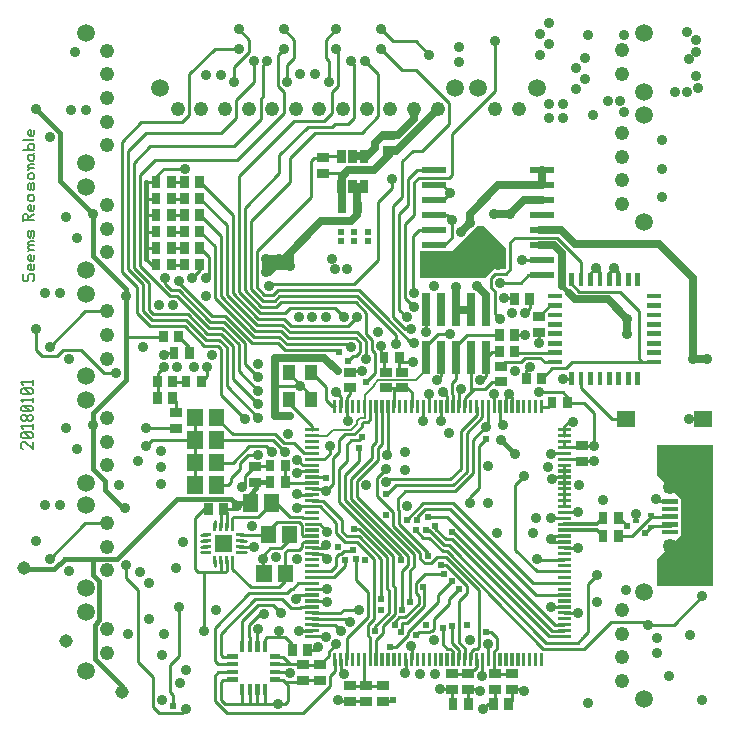
<source format=gbr>
G04 start of page 2 for group 0 idx 0 *
G04 Title: receiver, top *
G04 Creator: pcb 20140316 *
G04 CreationDate: Tue 02 Jan 2018 12:34:38 AM GMT UTC *
G04 For: brian *
G04 Format: Gerber/RS-274X *
G04 PCB-Dimensions (mil): 6000.00 5000.00 *
G04 PCB-Coordinate-Origin: lower left *
%MOIN*%
%FSLAX25Y25*%
%LNTOP*%
%ADD43C,0.0453*%
%ADD42C,0.0335*%
%ADD41C,0.0437*%
%ADD40C,0.0279*%
%ADD39C,0.0118*%
%ADD38C,0.0200*%
%ADD37C,0.0450*%
%ADD36C,0.0240*%
%ADD35C,0.0360*%
%ADD34R,0.0591X0.0591*%
%ADD33R,0.0472X0.0472*%
%ADD32R,0.0157X0.0157*%
%ADD31R,0.0140X0.0140*%
%ADD30R,0.0146X0.0146*%
%ADD29R,0.0512X0.0512*%
%ADD28R,0.0413X0.0413*%
%ADD27R,0.0551X0.0551*%
%ADD26R,0.0110X0.0110*%
%ADD25R,0.0290X0.0290*%
%ADD24R,0.0200X0.0200*%
%ADD23R,0.0157X0.0157*%
%ADD22R,0.0280X0.0280*%
%ADD21R,0.0295X0.0295*%
%ADD20C,0.0610*%
%ADD19C,0.0492*%
%ADD18C,0.0597*%
%ADD17C,0.0480*%
%ADD16C,0.0120*%
%ADD15C,0.0060*%
%ADD14C,0.0150*%
%ADD13C,0.0250*%
%ADD12C,0.0100*%
%ADD11C,0.0001*%
G54D11*G36*
X363500Y80000D02*X371500Y88000D01*
Y100000D01*
X363500Y108000D01*
Y118000D01*
X382000D01*
Y71000D01*
X363500D01*
Y80000D01*
G37*
G36*
X284500Y182500D02*X295000D01*
X303500Y191000D01*
X305500D01*
X313000Y183500D01*
Y176500D01*
X309000D01*
X306000Y173500D01*
X284500D01*
Y182500D01*
G37*
G54D12*X244500Y137500D02*X236000D01*
G54D13*Y147000D02*Y127500D01*
X252500Y147000D02*X236000D01*
G54D12*X240858Y142028D02*Y141642D01*
X248142Y132972D02*Y134358D01*
X240858Y141642D02*X248142Y134358D01*
X248380Y124120D02*X241000Y131500D01*
G54D13*X236000Y127500D02*X241000D01*
G54D12*X248142Y142028D02*X253000Y137169D01*
Y133000D01*
X241000Y131500D02*Y133000D01*
X226000Y152000D02*Y145000D01*
X224000Y151500D02*Y142500D01*
X226000Y145000D02*X230500Y140500D01*
X224000Y142500D02*X230500Y136000D01*
G54D14*X234441Y105500D02*X233059D01*
X233000Y105441D01*
X229941D02*Y103441D01*
X227957Y101457D01*
Y98500D01*
G54D12*X237000Y98000D02*X234543D01*
X226000Y107500D02*Y105000D01*
X225000Y104000D01*
X234441Y111000D02*X229941D01*
X227500Y117500D02*X233000D01*
X235000Y115500D01*
X229941Y111000D02*X229500Y110559D01*
X230500Y114500D02*X227000D01*
X224500Y112000D01*
Y110000D01*
X229500Y110559D02*X229059D01*
X226000Y107500D01*
X235500Y119500D02*X239500Y115500D01*
X239000Y118500D02*X236000Y121500D01*
X239000Y118500D02*X242500D01*
G54D13*X252500Y147000D02*X257000Y142500D01*
G54D12*X258019Y130620D02*Y133981D01*
X256500Y135500D01*
X253000Y133000D02*X255000Y131000D01*
X256000D01*
X261000Y135000D02*Y136941D01*
Y135000D02*X260000Y134000D01*
Y130632D02*X259988Y130620D01*
X257500Y149000D02*X257000Y149500D01*
X260000Y134000D02*Y126500D01*
X260500Y126000D01*
G54D15*X255500Y123000D02*X253480Y120980D01*
G54D12*X245926Y115074D02*X242500Y118500D01*
X257500Y115500D02*Y119500D01*
G54D15*X253480Y120980D02*X248380D01*
G54D12*X259500Y121500D02*X257500Y119500D01*
X248380Y113106D02*X252606D01*
X254500Y115000D01*
Y117500D01*
X255500Y105000D02*Y113500D01*
X257500Y115500D01*
X260000Y112500D02*X257500Y110000D01*
X260000Y112500D02*Y118000D01*
X253000Y102500D02*X255500Y105000D01*
X248380Y99326D02*X252174D01*
X259500Y108000D02*Y99500D01*
X257500Y110000D02*Y99000D01*
X248380Y122948D02*Y124120D01*
Y115074D02*X245926D01*
X248380Y107200D02*X252800D01*
X253000Y107000D01*
X248380Y103263D02*X252237D01*
X253000Y102500D01*
X243795Y101295D02*X243500Y101000D01*
X248380Y101295D02*X243795D01*
X248380Y105232D02*X239827D01*
X239559Y105500D01*
Y111000D01*
X248380Y109169D02*X244169D01*
X243500Y108500D01*
X248380Y111137D02*X245363D01*
X243500Y113000D01*
X248380Y91452D02*X251048D01*
X253500Y89000D01*
X264000Y90000D02*X262500D01*
X244358Y97358D02*X243500Y96500D01*
X243858Y97358D02*X243500Y97000D01*
X237000Y98000D02*X241000Y94000D01*
X244000Y92250D02*X236750D01*
X233957Y89457D02*X236750Y92250D01*
X241000Y94000D02*X245000D01*
X245579Y93421D01*
X248380D01*
X245000Y91250D02*X244000Y92250D01*
X248380Y97358D02*X251142D01*
X248358D02*X243858D01*
X251142D02*X256500Y92000D01*
X252174Y99326D02*X258500Y93000D01*
Y89000D02*Y93000D01*
X273767Y130620D02*Y114767D01*
X271799Y130620D02*Y118299D01*
X269830Y130620D02*Y118830D01*
X267862Y130620D02*Y126362D01*
G54D15*X266000Y134500D02*Y127000D01*
G54D12*X267862Y126362D02*X267000Y125500D01*
X273767Y114767D02*X273500Y114500D01*
X273000Y105500D02*X274000Y106500D01*
X271799Y118299D02*X270500Y117000D01*
Y113000D01*
X269830Y118830D02*X268500Y117500D01*
Y113500D01*
X270500Y113000D02*X263500Y106000D01*
X268500Y113500D02*X261500Y106500D01*
X273000Y110000D02*X270000Y107000D01*
X264000Y112500D02*X259500Y108000D01*
X270000Y101000D02*Y107000D01*
X275500Y95500D02*X270000Y101000D01*
X273500Y101500D02*X273000D01*
X263500Y106000D02*Y100500D01*
X261500Y106500D02*Y100000D01*
X264000Y117000D02*Y112500D01*
G54D15*X263500Y125000D02*Y126000D01*
X264500Y127000D01*
X266000D01*
G54D12*X267000Y125500D02*X265500D01*
X265000Y125000D01*
Y124000D01*
G54D15*X255500Y123000D02*X261500D01*
G54D12*X262500Y121500D02*X259500D01*
G54D15*X261500Y123000D02*X263500Y125000D01*
G54D12*X265000Y124000D02*X262500Y121500D01*
X260000Y118000D02*X261500Y119500D01*
X264000D01*
X265000Y120500D01*
G54D13*X296500Y163000D02*Y170500D01*
G54D12*X325000Y179500D02*X318500D01*
X325000Y174500D02*X320500D01*
X310941Y154500D02*X300000D01*
X296500Y151000D02*X300000Y154500D01*
X304500Y139500D02*X305000D01*
X303295Y130620D02*Y127795D01*
X305263Y130620D02*Y127263D01*
X307232Y130620D02*Y124732D01*
X306500Y124000D01*
X301500Y135500D02*Y147000D01*
X325059Y140000D02*X328559Y143500D01*
X319941Y140000D02*Y142941D01*
X321000Y144000D01*
X328559Y143500D02*X333000D01*
X312917Y145476D02*X317976D01*
X319500Y147000D01*
X324500D01*
X326024Y145476D01*
X329471D01*
X296500Y140000D02*Y151000D01*
G54D13*X233000Y175500D02*Y180000D01*
X239000D01*
X241000Y177500D02*X238500Y180000D01*
X234000Y175500D01*
X234500Y180000D02*Y177000D01*
X241000Y177500D02*X236000D01*
G54D12*X232500Y168000D02*X235500D01*
X237000Y169500D01*
X232000Y166000D02*X236000D01*
X237500Y167500D01*
X236500Y164000D02*X238000Y165500D01*
X234500Y171500D02*X234000Y171000D01*
X238500Y158000D02*X241000Y155500D01*
X238000Y156000D02*X240500Y153500D01*
X237500Y154000D02*X240000Y151500D01*
X237000Y152000D02*X239500Y149500D01*
X260500Y157500D02*X241500D01*
X239000Y160000D02*X241500Y157500D01*
X262500Y171500D02*X234500D01*
X263500Y167500D02*X276500Y154500D01*
X260500Y157500D02*X263500Y160500D01*
X286500Y155500D02*Y163000D01*
Y147000D02*Y151000D01*
X290500Y155000D01*
X294500D01*
G54D15*X286500Y147000D02*Y143000D01*
G54D12*X273000Y136941D02*X278500D01*
G54D15*X283000Y139500D02*X270500D01*
G54D12*X275736Y130620D02*Y136736D01*
X281641Y130620D02*Y135359D01*
X280059Y136941D01*
X278441D01*
X275736Y136736D02*X275941Y136941D01*
X272441Y147000D02*Y142618D01*
X273000Y142059D01*
X277559Y147000D02*Y143000D01*
X278500Y142059D01*
X281500Y156500D02*X279500D01*
X282500Y152000D02*X281500D01*
X273000Y160500D01*
X276500Y154500D02*Y151500D01*
X277500Y163000D02*X280000Y160500D01*
X279500Y156500D02*X275500Y160500D01*
X282000Y145500D02*X277559D01*
G54D15*X286500Y143000D02*X283000Y139500D01*
G54D12*X260500Y151500D02*X240000D01*
X257000Y149500D02*X239500D01*
X260500Y151500D02*X261500Y150500D01*
X264500Y152000D02*Y149000D01*
X268500Y153000D02*Y149500D01*
X271500Y151000D02*Y147941D01*
X272441Y147000D01*
X269500Y148500D02*Y142000D01*
X265000Y142500D02*X261441D01*
X261000Y142059D01*
X269500Y142000D02*X266500Y139000D01*
G54D15*X270500Y139500D02*X269000Y138000D01*
Y137500D01*
X266000Y134500D01*
G54D12*X266500Y152500D02*Y146500D01*
X268500Y149500D02*X269500Y148500D01*
X264500Y149000D02*X263000Y147500D01*
X262000D02*X260500Y146000D01*
X263000Y147500D02*X262000D01*
X291484Y130620D02*Y126016D01*
X299358Y130620D02*Y133358D01*
X302500Y136500D01*
X306000D02*X302500D01*
X311500Y138941D02*X308441D01*
X309200Y130620D02*Y134800D01*
X309000Y135000D01*
X308441Y138941D02*X306000Y136500D01*
X291484Y126016D02*X291500Y126000D01*
X303295Y127795D02*X298000Y122500D01*
Y110000D01*
X305263Y127263D02*X300000Y122000D01*
X332620Y124120D02*X334000Y125500D01*
X324000Y135500D02*X332000D01*
X333559Y133941D01*
Y132000D01*
X334000Y125500D02*X335500D01*
X311169Y130620D02*Y125331D01*
X312000Y124500D01*
X302000Y119500D02*X306250Y123750D01*
X304000Y117500D02*X306500Y120000D01*
G54D14*X311500Y119500D02*X316000Y115000D01*
G54D12*X276500Y104500D02*X295500D01*
X274000Y106500D02*X294500D01*
X279500Y102500D02*X277000Y100000D01*
X276500Y104500D02*X273500Y101500D01*
X283500Y93000D02*Y94000D01*
X286000Y96500D01*
X294500D01*
X293500Y94000D02*X287000D01*
X280000Y93000D02*X285500Y98500D01*
X277000Y100000D02*Y96500D01*
X277500Y96000D01*
Y91500D01*
X275500Y91000D02*Y95500D01*
X285500Y98500D02*X295500D01*
X279500Y102500D02*X296000D01*
X289500Y91000D02*Y90000D01*
X287500Y89500D02*X286500D01*
X295500Y89000D02*X295000D01*
X332620Y111138D02*Y97359D01*
Y107201D02*X329201D01*
X328500Y106500D01*
X332620Y120981D02*Y124120D01*
X316000Y104500D02*X319000Y107500D01*
X301000Y100500D02*Y98500D01*
Y100500D02*X304000Y103500D01*
X298000Y110000D02*X294500Y106500D01*
X295500Y104500D02*X300000Y109000D01*
X296000Y102500D02*X302000Y108500D01*
X300000Y122000D02*Y109000D01*
X302000Y108500D02*Y119500D01*
X304000Y103500D02*Y117500D01*
X332620Y87516D02*X329016D01*
X332620Y85548D02*X328952D01*
X332620Y83579D02*X336921D01*
X337000Y83500D01*
X329016Y87516D02*X328000Y86500D01*
X328952Y85548D02*X328000Y86500D01*
X332620Y75705D02*X323295D01*
X332620Y71768D02*X322232D01*
X332620Y67831D02*X323169D01*
X340500Y71500D02*X343500Y74500D01*
X332620Y79642D02*X323858D01*
X323500Y80000D01*
G54D16*X345441Y93500D02*X343394Y91453D01*
X332620D01*
Y89485D02*X343456D01*
X345441Y87500D01*
G54D12*X332620Y61926D02*X336926D01*
X337000Y62000D01*
X332620Y63894D02*X328106D01*
X340500Y55500D02*Y71500D01*
X328106Y63894D02*X328000Y64000D01*
X348000Y59000D02*X359500D01*
X360500Y58000D01*
X369000D01*
X378500Y67500D01*
X332620Y57989D02*X329511D01*
X348000Y59000D02*X339000Y50000D01*
X325500D02*X339000D01*
X326500Y52000D02*X337000D01*
X338500Y53500D01*
X338750Y53750D02*X340500Y55500D01*
X332620Y56020D02*X328480D01*
X332620Y54052D02*X327448D01*
X323295Y75705D02*X316000Y83000D01*
X322232Y71768D02*X310500Y83500D01*
X329511Y57989D02*X293500Y94000D01*
X323169Y67831D02*X294500Y96500D01*
X294000Y66500D02*Y65000D01*
X295500Y98500D02*X310500Y83500D01*
X328480Y56020D02*X295500Y89000D01*
X327448Y54052D02*X295000Y86500D01*
X308000Y55500D02*X306500D01*
X304000Y50500D02*Y69500D01*
X326500Y52000D02*X294000Y84500D01*
X310000Y53500D02*X308000Y55500D01*
X297500Y66000D02*Y52000D01*
X325500Y50000D02*X293500Y82500D01*
X310000Y50000D02*Y53500D01*
X299359Y50141D02*X297500Y52000D01*
X300000Y71000D02*Y68500D01*
X297500Y66000D01*
Y70000D02*X294000Y66500D01*
X356451Y94951D02*X356500Y95000D01*
X363882Y99118D02*X363000Y100000D01*
X367661Y99118D02*X363882D01*
X361500Y94000D02*X368000D01*
X356451Y92500D02*Y94951D01*
X351000Y93500D02*X353500Y91000D01*
X350559Y93500D02*X351000D01*
X355000Y87500D02*X350500D01*
X361500Y94000D02*X355000Y87500D01*
X359518Y88500D02*X361549Y90531D01*
X361500Y91000D02*X368000D01*
X359500Y88500D02*X359518D01*
X332620Y115075D02*X328075D01*
X328000Y115000D01*
X332620Y113107D02*X337834D01*
X338500Y112441D01*
X342441D01*
X342500Y112500D01*
X338500Y117559D02*X342441D01*
X342500Y117500D01*
Y128500D02*Y117500D01*
X348500Y126500D02*X353205D01*
X332620Y117044D02*X337985D01*
X338500Y117559D01*
X332620Y117044D02*Y119012D01*
Y93422D02*X328078D01*
X328000Y93500D01*
X332620Y95390D02*X336890D01*
X337000Y95500D01*
X316000Y83000D02*Y104500D01*
X285578Y130620D02*Y126078D01*
X285500Y126000D01*
X287547Y130620D02*Y134953D01*
X293452Y134048D02*X292000Y135500D01*
X296500Y140000D02*X295000Y138500D01*
Y135000D02*Y138500D01*
X291500Y147000D02*Y141000D01*
X290000Y139500D01*
X287547Y134953D02*X287500Y135000D01*
X293452Y130620D02*Y134048D01*
X295421Y130620D02*Y134579D01*
X295000Y135000D01*
X297389Y130620D02*Y135889D01*
X298000Y136500D01*
X315106Y130620D02*Y133894D01*
X314000Y135000D01*
X313137Y130620D02*Y134137D01*
X314000Y135000D01*
X306500Y147000D02*Y141000D01*
X305000Y139500D01*
X308500Y149000D02*X306500Y147000D01*
X309500Y161500D02*X311000Y160000D01*
X312917Y145476D02*X311500Y144059D01*
X310941Y149000D02*X308500D01*
X324000Y155441D02*Y152000D01*
X316059Y154500D02*X319500D01*
X329471Y148626D02*X316433D01*
X316059Y149000D01*
X350724Y173029D02*Y175276D01*
G54D13*X353500Y155000D02*Y160000D01*
X347000Y166500D01*
X375500Y146500D02*Y173500D01*
X364000Y185000D01*
G54D12*X351000Y169000D02*X357500Y162500D01*
Y146500D01*
X338126Y173029D02*Y178874D01*
X334976Y173029D02*Y171524D01*
X337500Y169000D01*
X351000D01*
X324948Y130620D02*X327061D01*
X328441Y132000D01*
G54D13*X380000Y146500D02*X375500D01*
G54D12*X357500D02*X358523Y145477D01*
X362529D01*
X358500Y145500D02*X335000D01*
X333000Y143500D01*
X333559Y132000D02*X339000D01*
X342500Y128500D01*
X334977Y139971D02*X332029D01*
X332000Y140000D01*
X338126Y139971D02*Y136874D01*
X348500Y126500D01*
X378795D02*X374000D01*
X307233Y46380D02*Y51267D01*
X301327Y48827D02*X302500Y50000D01*
X303500D01*
X304000Y50500D01*
X299359Y46380D02*Y50141D01*
X303296Y46380D02*Y43796D01*
X302500Y43000D01*
X301941D01*
X301327Y46380D02*Y48827D01*
X295422Y46380D02*Y49078D01*
X297390Y46380D02*Y49610D01*
X293500Y50000D02*X294500D01*
X295422Y49078D01*
X295000Y52000D02*X297390Y49610D01*
X309201Y46299D02*Y49201D01*
X310000Y50000D01*
X289500Y90000D02*X293000Y86500D01*
X295000D01*
X292500Y84500D02*X287500Y89500D01*
Y87000D02*X285500D01*
X283000Y89500D01*
X294000Y84500D02*X292500D01*
X293500Y82500D02*X292000D01*
X287500Y87000D01*
X290000Y80500D02*X293000D01*
X287000Y82000D02*Y81000D01*
X284500Y82000D02*Y80000D01*
X286000Y78500D01*
X288000D01*
X290000Y80500D01*
X291500Y78000D02*X293000D01*
Y80500D02*X304000Y69500D01*
X293000Y78000D02*X300000Y71000D01*
X295000Y72500D02*X290500Y68000D01*
X284000Y65000D02*Y67500D01*
X283000Y68500D01*
Y72000D01*
X285500Y70500D02*X285750Y70250D01*
X283000Y72000D02*X286000Y75000D01*
X292500D01*
X290500Y68000D02*Y65500D01*
X289000Y60000D02*X294000Y65000D01*
X285750Y64250D02*Y70250D01*
X292000Y51500D02*X293500Y50000D01*
X292000Y51500D02*Y57000D01*
X295000Y52000D02*Y57500D01*
X289000Y60000D02*Y56500D01*
X288500Y56000D01*
X288000D01*
X287500Y55500D01*
X284000D01*
X283000Y54500D01*
X290500Y65500D02*X280500Y55500D01*
Y54500D01*
X256052Y46380D02*Y42552D01*
X258020Y46380D02*Y42480D01*
X251000Y44559D02*X245500D01*
X279674Y46380D02*Y42174D01*
X279500Y42000D01*
X281642Y46380D02*Y50858D01*
X281500Y51000D01*
X280500Y54500D02*X276500Y50500D01*
X274500D01*
X250941Y44559D02*X254000Y47618D01*
Y49000D01*
X256500Y51500D01*
X259989Y46380D02*Y53489D01*
X269831Y46380D02*Y53000D01*
X267863Y46380D02*Y53637D01*
X253138Y65862D02*X253500Y65500D01*
X248380Y57988D02*X256000Y58000D01*
X258000Y56000D01*
X248380Y59956D02*X260044D01*
X261000Y59000D01*
X248380Y61925D02*X257925D01*
X259000Y63000D01*
X264000D01*
X259989Y53489D02*X267000Y60500D01*
Y69000D01*
Y54500D02*Y58000D01*
X269000Y62500D02*Y60000D01*
X267000Y58000D01*
X267863Y53637D02*X267000Y54500D01*
X274000Y62000D02*X269500Y57500D01*
X276000Y61500D02*X272000Y57500D01*
X269500D02*Y56000D01*
X272000Y57500D02*Y55169D01*
X269831Y53000D01*
X276000Y58000D02*Y59000D01*
X277500Y60500D01*
X279500D01*
X278000Y55500D02*X278500Y56000D01*
Y58500D01*
X280000D01*
X248380Y71767D02*X243767D01*
X248380Y65862D02*X253138D01*
X248380Y69799D02*X253299D01*
X253500Y70000D01*
X248380Y67830D02*X243830D01*
X243000Y67000D01*
X244500Y63500D02*X244893Y63893D01*
X248380D01*
Y81610D02*X251890D01*
X253500Y80000D01*
X248380Y83578D02*X252078D01*
X253000Y84500D01*
X248380Y85547D02*X245547D01*
X248380Y87515D02*X245485D01*
X248380Y75704D02*X254704D01*
X256500Y77500D01*
X248380Y73736D02*X255736D01*
X245547Y85547D02*X245000Y85000D01*
Y84000D01*
X244000Y83000D01*
X245485Y87515D02*X245000Y88000D01*
Y91250D01*
X256500Y77500D02*Y80500D01*
X255736Y73736D02*X259500Y77500D01*
Y79500D01*
X263000Y73000D02*Y80000D01*
X256500Y80500D02*X257500Y81500D01*
X256500Y92000D02*Y88500D01*
X259500Y85500D01*
X258500Y89000D02*X260000Y87500D01*
X258000Y81500D02*X259000Y82500D01*
X257500Y81500D02*X258000D01*
X259000Y82500D02*X261500D01*
X262000Y83000D01*
X267000Y69000D02*X263000Y73000D01*
X269000Y60000D02*Y80000D01*
X271500D02*Y66500D01*
X274000Y69500D02*X273500Y70000D01*
Y80500D02*Y70000D01*
X274000Y69500D02*Y62000D01*
X276000Y70500D02*X275500Y71000D01*
X276000Y70500D02*Y61500D01*
X275500Y71000D02*Y81000D01*
X278500Y63000D02*Y76000D01*
X280500Y78000D01*
X281000Y76000D02*X282500Y77500D01*
Y81500D02*Y77500D01*
X281000Y65500D02*Y76000D01*
X279500Y60500D02*X284000Y65000D01*
X280000Y58500D02*X285750Y64250D01*
X264000Y87500D02*X260000D01*
X259500Y85500D02*X263500D01*
X269000Y80000D01*
X264000Y87500D02*X271500Y80000D01*
X264000Y90000D02*X273500Y80500D01*
X257500Y99000D02*X275500Y81000D01*
X259500Y99500D02*X278000Y81000D01*
Y79500D01*
X261500Y100000D02*X280500Y81000D01*
Y78000D01*
X263500Y100500D02*X282500Y81500D01*
X275500Y91000D02*X284500Y82000D01*
X277500Y91500D02*X287000Y82000D01*
X161000Y150500D02*X172874Y162374D01*
X180283D01*
X165500Y149500D02*X171500D01*
X156500Y156500D02*Y149500D01*
X158500Y147500D01*
X163500D01*
X165500Y149500D01*
G54D14*X175500Y181000D02*X186500Y170000D01*
Y139500D01*
X175500Y128500D01*
G54D12*X171500Y149500D02*X179000Y142000D01*
X183000D02*X179000D01*
X161000Y80000D02*X172874Y91874D01*
X180283D01*
G54D14*X175500Y128500D02*Y110000D01*
X179500Y106000D01*
Y103000D01*
X185500Y97000D01*
X152500Y77000D02*X153000Y76500D01*
X162500D01*
X166000Y80000D01*
D03*
X183500D01*
X175500D02*Y74500D01*
X185500Y97000D02*X186500D01*
G54D12*Y78000D02*Y73500D01*
G54D14*X175500Y74500D02*X177500Y72500D01*
Y59500D01*
X176000Y58000D01*
Y46500D01*
X185000Y37500D02*X176000Y46500D01*
G54D12*X222500Y239000D02*Y244000D01*
X229000Y239000D02*X223000Y233000D01*
Y227000D01*
X224000Y250000D02*X216000D01*
X207500Y241500D01*
Y228000D01*
X229000Y246000D02*Y239000D01*
X233500Y246000D02*X232000Y244500D01*
Y234000D01*
X231500Y233500D01*
Y226500D01*
X239000Y235500D02*Y228500D01*
X223500Y213000D01*
X222500Y244000D02*X227500Y249000D01*
Y253000D01*
X224000Y256500D01*
X229000Y83500D02*X228500Y84000D01*
X224000D01*
X224511Y82048D02*X226452D01*
X224511Y85984D02*X226484D01*
X223000Y227000D02*X218000Y222000D01*
X222000Y194559D02*Y168500D01*
X220000Y191059D02*Y168000D01*
X218000Y187559D02*Y167500D01*
X231500Y226500D02*X222500Y217500D01*
G54D14*X156500Y230000D02*X164500Y222000D01*
Y206000D01*
X175500Y195000D01*
Y181000D01*
G54D12*X205441Y189000D02*X201559D01*
X196441Y183500D02*X193000D01*
X205441D02*X201559D01*
X196441Y189000D02*X193000D01*
X191000Y177500D02*X201000Y167500D01*
X194500Y217500D02*X189000Y212000D01*
X193000Y222000D02*X187000Y216000D01*
X196500Y207500D02*X199000Y210000D01*
X196000Y213000D02*X191000Y208000D01*
X189000Y212000D02*Y177000D01*
X187000Y216000D02*Y176500D01*
X185000Y219000D02*Y175500D01*
G54D14*X193000Y180000D02*Y205500D01*
G54D12*X196441Y194500D02*X193500D01*
X196441Y200000D02*X193500D01*
X196441Y205500D02*X193500D01*
X196500D02*Y207500D01*
X191000Y208000D02*Y177500D01*
X222500Y217500D02*X194500D01*
X218000Y222000D02*X193000D01*
X207500Y228000D02*X205000Y225500D01*
X191500D01*
X185000Y219000D01*
X205941Y194500D02*X201559D01*
X205941Y200000D02*X201559D01*
X205441Y178000D02*X201559D01*
X211059Y183500D02*X214000Y180559D01*
X211059Y189000D02*X216000Y184059D01*
X211059Y194500D02*X218000Y187559D01*
X211059Y200000D02*X220000Y191059D01*
X211059Y205500D02*X222000Y194559D01*
X223500Y213000D02*X196000D01*
X205941Y205500D02*X201559D01*
X199000Y210000D02*X206000D01*
X211059Y178000D02*Y176059D01*
X207000Y161500D02*X195500D01*
X211059Y176059D02*X208500Y173500D01*
G54D14*X221457Y100000D02*X203500D01*
G54D12*X216543Y127000D02*Y126957D01*
X222000Y121500D01*
X207000Y161500D02*X213500Y155000D01*
X218000D01*
X202059Y133500D02*X203000Y132559D01*
Y128559D01*
Y123441D02*X193059D01*
X193000Y123500D01*
G54D14*X183500Y80000D02*X203500Y100000D01*
X233000Y105441D02*X229941D01*
G54D12*X209457Y119543D02*X195043D01*
X193000Y117500D01*
X209457Y127000D02*Y104500D01*
X205941Y139000D02*X202059D01*
X213500Y140941D02*X211559Y139000D01*
X236000Y121500D02*X222000D01*
X221952Y79489D02*Y76548D01*
X219984Y79489D02*Y75984D01*
X219500Y75500D01*
X218016Y79489D02*Y75516D01*
X218000Y75500D01*
X216048Y79489D02*Y77548D01*
X213489Y82048D02*X211548D01*
X213489Y84016D02*X211516D01*
X213489Y85984D02*X211516D01*
X213489Y87952D02*X211548D01*
X212500Y96500D02*X209500Y93500D01*
X216048Y90511D02*Y92452D01*
X219500Y75500D02*X210500D01*
X209500Y76500D01*
X186500Y73500D02*X190500Y69500D01*
X209500Y76500D02*Y93500D01*
X196441Y178000D02*X195000D01*
X193000Y180000D01*
X185000Y175500D02*X190000Y170500D01*
X187000Y176500D02*X192000Y171500D01*
X189000Y177000D02*X194000Y172000D01*
X199500Y173500D02*Y171500D01*
X198941Y154000D02*X186500D01*
X202441Y148500D02*X199500D01*
X199000Y148000D01*
Y144000D02*X197000Y142000D01*
Y133500D01*
X194000Y172000D02*Y163000D01*
X192000Y171500D02*Y162500D01*
X195000Y159500D01*
X190000Y170500D02*Y162000D01*
X194500Y157500D01*
X204059Y154000D02*X207500Y150559D01*
Y148500D01*
X206000Y157500D02*X212500Y151000D01*
X206500Y159500D02*X213000Y153000D01*
X195500Y161500D02*X194000Y163000D01*
X206500Y159500D02*X195000D01*
X206000Y157500D02*X194500D01*
X204000Y172500D02*Y172000D01*
X199500Y171500D02*X201500Y169500D01*
X204000D01*
X201000Y167500D02*X203500D01*
X215000Y161000D02*X204000Y172000D01*
Y169500D02*X214500Y159000D01*
X203500Y167500D02*X214000Y157000D01*
X218016Y90511D02*Y95457D01*
X219059Y96500D01*
X219984Y90511D02*Y95457D01*
X219000Y96441D01*
X221952Y90511D02*Y93452D01*
X222500Y94000D01*
X230543D02*X222500D01*
X224511Y87952D02*X233909D01*
X233957Y88000D02*Y89457D01*
X234543Y98000D02*X230543Y94000D01*
G54D14*X227957Y98457D02*X223957D01*
X223000Y97500D01*
X221457Y100000D02*X223000Y98457D01*
Y97500D01*
G54D12*X233909Y87952D02*X233957Y88000D01*
X238000Y83500D02*X234500D01*
X232000Y81000D01*
Y75457D01*
X232457Y75000D01*
X329471Y164374D02*X327815D01*
G54D13*X347000Y166500D02*X336000D01*
X334000Y168500D01*
G54D14*X332000Y170500D01*
G54D12*X327815Y164374D02*X324000Y160559D01*
G54D13*X331750Y170750D02*Y181750D01*
G54D12*X341275Y173029D02*Y175275D01*
X343000Y177000D01*
X344425Y173029D02*Y175575D01*
X343000Y177000D01*
X347575Y173029D02*Y175575D01*
X349000Y177000D01*
X350724Y175276D02*X349000Y177000D01*
G54D13*X364000Y185000D02*X336000D01*
G54D12*X321059Y166500D02*Y163559D01*
X319500Y162000D01*
G54D13*X331750Y181750D02*X329000Y184500D01*
X324500D01*
X336000Y185000D02*X331500Y189500D01*
G54D12*X338126Y178874D02*X330000Y187000D01*
G54D13*X331500Y189500D02*X324500D01*
X325000Y199500D02*X319000D01*
X325000Y209500D02*Y204500D01*
G54D12*X330000Y187000D02*X316000D01*
X314500Y176500D02*Y185500D01*
X320500Y174500D02*X318000Y172000D01*
X311000D01*
X309500Y175000D02*X313000D01*
X314500Y176500D01*
X312500Y167000D02*X315441D01*
X315941Y166500D01*
G54D13*X319000Y199500D02*X314500Y195000D01*
X309000D01*
X325000Y204500D02*X310500D01*
X301000Y195000D01*
Y192000D01*
X298000Y189000D01*
G54D12*X314500Y185500D02*X316000Y187000D01*
X289000Y194500D02*X293500D01*
X295000Y193000D01*
X292500Y184500D02*X295000Y187000D01*
Y193000D02*Y187000D01*
X282500Y194500D02*X279500Y191500D01*
X280500Y198000D02*X277500Y195000D01*
X278500Y200500D02*X275500Y197500D01*
X295000Y208000D02*X294000Y207000D01*
X284000D01*
X282500Y205500D01*
X289000Y209500D02*X283500D01*
X282500Y205500D02*Y194500D01*
X280500Y198000D02*Y206500D01*
X283500Y209500D01*
X289000Y184500D02*X292500D01*
X289000Y189500D02*X284000D01*
X282000Y187500D01*
Y169000D01*
X282500Y168500D01*
X279500Y191500D02*Y167000D01*
X282500Y164000D01*
X277500Y195000D02*Y163000D01*
X275500Y197500D02*Y160500D01*
G54D13*X296500Y163000D02*X301500D01*
G54D12*X309500Y161500D02*Y169000D01*
G54D13*X306500Y163000D02*Y168000D01*
G54D12*X309500Y169000D02*X308000Y170500D01*
G54D13*X306500Y168000D02*X303500Y171000D01*
G54D12*X308000Y170500D02*Y173500D01*
X309500Y175000D01*
X270500Y199000D02*X275000Y203500D01*
X270500Y199000D02*Y179500D01*
X262500Y171500D01*
G54D13*X260500Y209500D02*X258300Y207300D01*
Y197141D01*
X258441Y197000D01*
X262000Y203900D02*X265700D01*
X263559Y203859D02*X263600Y203900D01*
G54D12*X275000Y206500D02*Y203500D01*
G54D13*X263559Y203859D02*Y194559D01*
X261500Y192500D01*
X251500D01*
G54D12*X252000Y208441D02*X259441D01*
X241000Y213500D02*Y205500D01*
X248000Y212500D02*Y200500D01*
G54D13*X251500Y192500D02*X239000Y180000D01*
G54D12*X241000Y205500D02*X228000Y192500D01*
X237500Y208500D02*X226000Y197000D01*
X248000Y200500D02*X230000Y182500D01*
G54D13*X241000Y177500D02*Y182000D01*
G54D12*X230000Y182500D02*Y170500D01*
X228000Y192500D02*Y170000D01*
X226000Y197000D02*Y169500D01*
X224000Y207500D02*Y169000D01*
X230000Y170500D02*X232500Y168000D01*
X228000Y170000D02*X232000Y166000D01*
X226000Y169500D02*X231500Y164000D01*
X224000Y169000D02*X231000Y162000D01*
X230500Y160000D02*X239000D01*
X230000Y158000D02*X238500D01*
X229500Y156000D02*X238000D01*
X229000Y154000D02*X237500D01*
X228500Y152000D02*X237000D01*
X231500Y164000D02*X236500D01*
X231000Y162000D02*X239500D01*
X241000Y163500D01*
X256000D01*
X238000Y165500D02*X263000D01*
X266500Y162000D01*
X237500Y167500D02*X263500D01*
X237000Y169500D02*X264000D01*
X256000Y163500D02*X259000Y160500D01*
X241000Y155500D02*X263500D01*
X263000Y153500D02*X264500Y152000D01*
X263500Y155500D02*X266500Y152500D01*
X240500Y153500D02*X263000D01*
X266500Y162000D02*Y155000D01*
X268500Y153000D01*
X264000Y169500D02*X273000Y160500D01*
X239000Y256500D02*X242500Y253000D01*
Y247000D01*
X239000Y250000D02*X237000Y248000D01*
X256500Y256500D02*X253000Y253000D01*
Y247000D01*
X254000Y246000D01*
Y239000D02*Y246000D01*
X257000Y237500D02*X255000Y235500D01*
X242500Y247000D02*X240000Y244500D01*
Y239000D01*
X237000Y248000D02*Y237500D01*
X239000Y235500D01*
X287500Y248000D02*X283000Y252500D01*
X309500D02*Y236000D01*
X283000Y243000D02*X294000Y232000D01*
X309500Y236000D02*X295000Y221500D01*
X283000Y252500D02*X275500D01*
X271500Y256500D01*
X255000Y235500D02*Y228500D01*
X257000Y237500D02*Y249500D01*
X256500Y250000D01*
X261500Y246000D02*X262500Y245000D01*
Y227000D01*
X266000Y246000D02*X270500Y241500D01*
Y227500D01*
X271500Y250000D02*X278500Y243000D01*
X283000D01*
G54D13*X262000Y214100D02*X266816D01*
X269000Y209500D02*X260500D01*
X269500Y216784D02*X266816Y214100D01*
X269000Y209500D02*X274000Y214500D01*
Y221059D02*X272059D01*
X269500Y218500D01*
Y216784D01*
X274059Y221059D02*X277059D01*
X275500Y216000D02*X274000D01*
Y214500D01*
X276000Y216000D02*X276590D01*
X282433Y229717D02*Y229492D01*
X282500Y226500D02*Y229500D01*
G54D12*X278500Y212500D02*Y200500D01*
G54D13*X277059Y221059D02*X282500Y226500D01*
X276590Y216000D02*X290307Y229717D01*
G54D12*X294000Y225000D02*X285000Y216000D01*
X282000D01*
X278500Y212500D01*
X294000Y232000D02*Y225000D01*
X295000Y221500D02*Y208000D01*
X289000Y204500D02*X292000D01*
X294500Y202000D01*
X292000Y199500D02*X294500Y202000D01*
X289000Y199500D02*X292000D01*
X270500Y227500D02*X265000Y222000D01*
X262500Y227000D02*X260500Y225000D01*
X265000Y222000D02*X249500D01*
X258300Y214100D02*X252541D01*
X252000Y213559D01*
X249059D01*
X260500Y225000D02*X256000D01*
X255000Y228500D02*X252500Y226000D01*
X256000Y225000D02*X255000Y224000D01*
X247000D01*
X252500Y226000D02*X242500D01*
X224000Y207500D01*
X249500Y222000D02*X241000Y213500D01*
X247000Y224000D02*X237500Y214500D01*
Y208500D01*
X249059Y213559D02*X248000Y212500D01*
X236086Y42221D02*X240779D01*
X241000Y42000D01*
X245059Y39000D02*X239500D01*
X236086Y44779D02*X239779D01*
X236086Y39662D02*X238838D01*
X240500Y38000D01*
Y32500D01*
X239500Y31500D01*
X245500Y39441D02*X245059Y39000D01*
X239779Y44779D02*X240000Y45000D01*
X245059D01*
X245500Y44559D01*
X236086Y47338D02*X238662D01*
X241000Y45000D01*
X241941Y51559D02*Y49500D01*
X221914Y39662D02*X219162D01*
X221914D02*X218662D01*
X218000Y39000D01*
Y33000D01*
X219500Y31500D01*
X217221Y42221D02*X221914D01*
X239500Y31500D02*X219500D01*
X220000Y28500D02*X245500D01*
X225162Y36414D02*Y31838D01*
X225500Y31500D01*
X227721Y36414D02*Y31779D01*
X228000Y31500D01*
X230279Y36414D02*Y31721D01*
X230500Y31500D01*
X232838Y36414D02*Y31662D01*
X233000Y31500D01*
X216000Y32500D02*Y41000D01*
X217221Y42221D01*
X233500Y54000D02*X239500D01*
X241941Y51559D01*
X247059Y49500D02*X249500D01*
X250500Y50500D01*
X237500Y56000D02*Y54000D01*
X256052Y42552D02*X254500Y41000D01*
Y37500D01*
X245500Y28500D01*
X251000Y39441D02*X245500D01*
X220000Y28500D02*X216000Y32500D01*
X206000Y30000D02*X206500D01*
X205000Y28500D01*
X197500D01*
X195500Y30500D01*
X201000Y44500D02*Y35500D01*
X202000Y34500D01*
Y31000D01*
X195500Y30500D02*Y40500D01*
X190500Y45500D01*
G54D14*X185000Y35500D02*Y37500D01*
G54D12*X307233Y51267D02*X307000Y51500D01*
X248380Y56019D02*X244019D01*
X244000Y56000D01*
X248380Y54051D02*X252949D01*
X253000Y54000D01*
X301941Y43000D02*X300500Y41559D01*
X305264Y46380D02*Y41264D01*
X309201Y46380D02*Y41858D01*
X295000Y41559D02*X300500D01*
X295000Y36441D02*Y31941D01*
X295441Y31500D01*
X300500Y36441D02*Y31559D01*
Y36441D02*X304059D01*
X304500Y36000D01*
X295000Y36441D02*X291059D01*
X291000Y36500D01*
X261000Y37559D02*X272000D01*
X265894Y46380D02*Y38165D01*
X266500Y37559D01*
X261000Y32441D02*X266500D01*
X260941D02*X257559D01*
X257000Y33000D01*
X258020Y42480D02*X259000Y41500D01*
X275500Y33000D02*X275000Y32500D01*
X272000D01*
X309500Y36441D02*Y32059D01*
X308941Y31500D01*
X309000Y31559D02*X307059D01*
X305500Y30000D01*
X305264Y41264D02*X305000Y41000D01*
X315000Y41559D02*X309500D01*
X309201Y41858D02*X309500Y41559D01*
X315000Y36441D02*Y32441D01*
X314059Y31500D01*
X315000Y36441D02*X318559D01*
X319000Y36000D01*
X216000Y184059D02*Y167000D01*
X214000Y180559D02*Y174500D01*
X213000Y173500D01*
X222000Y168500D02*X230500Y160000D01*
X220000Y168000D02*X230000Y158000D01*
X218000Y167500D02*X229500Y156000D01*
X216000Y167000D02*X229000Y154000D01*
X219500Y161000D02*X228500Y152000D01*
X214500Y159000D02*X219000D01*
X215000Y161000D02*X219500D01*
X217500Y153000D02*X220000Y150500D01*
X218000Y155000D02*X222000Y151000D01*
X218500Y157000D02*X224000Y151500D01*
X219000Y159000D02*X226000Y152000D01*
X212500Y151000D02*X217000D01*
X218000Y150000D01*
X213000Y153000D02*X217500D01*
X214000Y157000D02*X218500D01*
X213500Y144000D02*Y140941D01*
X222000Y151000D02*Y140000D01*
X220000Y150500D02*Y137500D01*
X218000Y150000D02*Y134500D01*
X222000Y140000D02*X230500Y131500D01*
X220000Y137500D02*X230500Y127000D01*
X218000Y134500D02*X226000Y126500D01*
X232838Y50586D02*Y53338D01*
X230279Y50586D02*Y56279D01*
X230500Y56500D01*
X232838Y53338D02*X233500Y54000D01*
X232500Y75043D02*X232457Y75000D01*
X227721Y50586D02*Y53779D01*
X227500Y54000D01*
Y58000D01*
X231000Y61500D01*
X225162Y50586D02*Y59162D01*
X230500Y64500D01*
X216543Y112000D02*X222000D01*
X227500Y117500D01*
X216543Y119500D02*X235500D01*
X224500Y110000D02*X221500Y107000D01*
Y105500D01*
X220500Y104500D01*
X219059Y96500D02*X222500D01*
X223500Y97500D01*
X220500Y104500D02*X216543D01*
X231000Y61500D02*X232500D01*
X230500Y64500D02*X235500D01*
X238000Y62000D01*
X241107Y63893D02*X238500Y66500D01*
X229500D01*
X240000Y68500D02*X227500D01*
X237500Y70500D02*X228000D01*
X243767Y71767D02*X242000Y70000D01*
X241500D01*
X240000Y68500D01*
X239543Y72543D02*X237500Y70500D01*
X239543Y82043D02*Y72543D01*
X244000Y83000D02*X240500D01*
X239543Y82043D01*
X241043Y88000D02*Y86543D01*
X238000Y83500D01*
X241000Y64000D02*X241500Y63500D01*
X244500D01*
X229500Y66500D02*X218000Y55000D01*
X227500Y68500D02*X216000Y57000D01*
X212500Y56000D02*Y75500D01*
X221952Y76548D02*X228000Y70500D01*
X216000Y57000D02*Y46000D01*
X217221Y44779D01*
X221914Y47338D02*X218662D01*
X218000Y48000D01*
Y55000D02*Y48000D01*
X221914Y44779D02*X217221D01*
X204000Y64000D02*Y47500D01*
X201000Y44500D01*
X190500Y69500D02*Y45500D01*
G54D15*X151980Y174460D02*X152470Y174950D01*
X151980Y174460D02*Y172990D01*
X152470Y172500D02*X151980Y172990D01*
X152470Y172500D02*X153450D01*
X153940Y172990D01*
Y174460D02*Y172990D01*
Y174460D02*X154430Y174950D01*
X155410D01*
X155900Y174460D02*X155410Y174950D01*
X155900Y174460D02*Y172990D01*
X155410Y172500D02*X155900Y172990D01*
Y178086D02*Y176616D01*
X155410Y176126D02*X155900Y176616D01*
X154430Y176126D02*X155410D01*
X154430D02*X153940Y176616D01*
Y177596D02*Y176616D01*
Y177596D02*X154430Y178086D01*
X154920D02*Y176126D01*
X154430Y178086D02*X154920D01*
X155900Y181222D02*Y179752D01*
X155410Y179262D02*X155900Y179752D01*
X154430Y179262D02*X155410D01*
X154430D02*X153940Y179752D01*
Y180732D02*Y179752D01*
Y180732D02*X154430Y181222D01*
X154920D02*Y179262D01*
X154430Y181222D02*X154920D01*
X154430Y182888D02*X155900D01*
X154430D02*X153940Y183378D01*
Y183868D02*Y183378D01*
Y183868D02*X154430Y184358D01*
X155900D01*
X154430D02*X153940Y184848D01*
Y185338D02*Y184848D01*
Y185338D02*X154430Y185828D01*
X155900D01*
X153940Y182398D02*X154430Y182888D01*
X155900Y188964D02*Y187494D01*
Y188964D02*X155410Y189454D01*
X154920Y188964D02*X155410Y189454D01*
X154920Y188964D02*Y187494D01*
X154430Y187004D02*X154920Y187494D01*
X154430Y187004D02*X153940Y187494D01*
Y188964D02*Y187494D01*
Y188964D02*X154430Y189454D01*
X155410Y187004D02*X155900Y187494D01*
X151980Y194354D02*Y192394D01*
Y194354D02*X152470Y194844D01*
X153450D01*
X153940Y194354D02*X153450Y194844D01*
X153940Y194354D02*Y192884D01*
X151980D02*X155900D01*
X153940Y193668D02*X155900Y194844D01*
Y197980D02*Y196510D01*
X155410Y196020D02*X155900Y196510D01*
X154430Y196020D02*X155410D01*
X154430D02*X153940Y196510D01*
Y197490D02*Y196510D01*
Y197490D02*X154430Y197980D01*
X154920D02*Y196020D01*
X154430Y197980D02*X154920D01*
X153940Y200626D02*X154430Y201116D01*
X153940Y200626D02*Y199646D01*
X154430Y199156D02*X153940Y199646D01*
X154430Y199156D02*X155410D01*
X155900Y199646D01*
X153940Y201116D02*X155410D01*
X155900Y201606D01*
Y200626D02*Y199646D01*
Y200626D02*X155410Y201116D01*
X155900Y204742D02*Y203272D01*
Y204742D02*X155410Y205232D01*
X154920Y204742D02*X155410Y205232D01*
X154920Y204742D02*Y203272D01*
X154430Y202782D02*X154920Y203272D01*
X154430Y202782D02*X153940Y203272D01*
Y204742D02*Y203272D01*
Y204742D02*X154430Y205232D01*
X155410Y202782D02*X155900Y203272D01*
X154430Y206408D02*X155410D01*
X154430D02*X153940Y206898D01*
Y207878D02*Y206898D01*
Y207878D02*X154430Y208368D01*
X155410D01*
X155900Y207878D02*X155410Y208368D01*
X155900Y207878D02*Y206898D01*
X155410Y206408D02*X155900Y206898D01*
X154430Y210034D02*X155900D01*
X154430D02*X153940Y210524D01*
Y211014D02*Y210524D01*
Y211014D02*X154430Y211504D01*
X155900D01*
X153940Y209544D02*X154430Y210034D01*
X153940Y214150D02*X154430Y214640D01*
X153940Y214150D02*Y213170D01*
X154430Y212680D02*X153940Y213170D01*
X154430Y212680D02*X155410D01*
X155900Y213170D01*
X153940Y214640D02*X155410D01*
X155900Y215130D01*
Y214150D02*Y213170D01*
Y214150D02*X155410Y214640D01*
X151980Y216306D02*X155900D01*
X155410D02*X155900Y216796D01*
Y217776D02*Y216796D01*
Y217776D02*X155410Y218266D01*
X154430D02*X155410D01*
X153940Y217776D02*X154430Y218266D01*
X153940Y217776D02*Y216796D01*
X154430Y216306D02*X153940Y216796D01*
X151980Y219442D02*X155410D01*
X155900Y219932D01*
Y222872D02*Y221402D01*
X155410Y220912D02*X155900Y221402D01*
X154430Y220912D02*X155410D01*
X154430D02*X153940Y221402D01*
Y222382D02*Y221402D01*
Y222382D02*X154430Y222872D01*
X154920D02*Y220912D01*
X154430Y222872D02*X154920D01*
X151970Y116500D02*X151480Y116990D01*
Y118460D02*Y116990D01*
Y118460D02*X151970Y118950D01*
X152950D01*
X155400Y116500D02*X152950Y118950D01*
X155400D02*Y116500D01*
X154910Y120126D02*X155400Y120616D01*
X151970Y120126D02*X154910D01*
X151970D02*X151480Y120616D01*
Y121596D02*Y120616D01*
Y121596D02*X151970Y122086D01*
X154910D01*
X155400Y121596D02*X154910Y122086D01*
X155400Y121596D02*Y120616D01*
X154420Y120126D02*X152460Y122086D01*
X152264Y123262D02*X151480Y124046D01*
X155400D01*
Y124732D02*Y123262D01*
X154910Y125908D02*X155400Y126398D01*
X154126Y125908D02*X154910D01*
X154126D02*X153440Y126594D01*
Y127182D02*Y126594D01*
Y127182D02*X154126Y127868D01*
X154910D01*
X155400Y127378D02*X154910Y127868D01*
X155400Y127378D02*Y126398D01*
X152754Y125908D02*X153440Y126594D01*
X151970Y125908D02*X152754D01*
X151970D02*X151480Y126398D01*
Y127378D02*Y126398D01*
Y127378D02*X151970Y127868D01*
X152754D01*
X153440Y127182D02*X152754Y127868D01*
X154910Y129044D02*X155400Y129534D01*
X151970Y129044D02*X154910D01*
X151970D02*X151480Y129534D01*
Y130514D02*Y129534D01*
Y130514D02*X151970Y131004D01*
X154910D01*
X155400Y130514D02*X154910Y131004D01*
X155400Y130514D02*Y129534D01*
X154420Y129044D02*X152460Y131004D01*
X152264Y132180D02*X151480Y132964D01*
X155400D01*
Y133650D02*Y132180D01*
X154910Y134826D02*X155400Y135316D01*
X151970Y134826D02*X154910D01*
X151970D02*X151480Y135316D01*
Y136296D02*Y135316D01*
Y136296D02*X151970Y136786D01*
X154910D01*
X155400Y136296D02*X154910Y136786D01*
X155400Y136296D02*Y135316D01*
X154420Y134826D02*X152460Y136786D01*
X152264Y137962D02*X151480Y138746D01*
X155400D01*
Y139432D02*Y137962D01*
G54D17*X180283Y48563D03*
Y56437D03*
G54D18*X173016Y42657D03*
Y62343D03*
G54D17*X180283Y76126D03*
Y84000D03*
Y91874D03*
G54D18*X173016Y70220D03*
Y97780D03*
Y105220D03*
G54D17*X180283Y111126D03*
Y119000D03*
Y126874D03*
G54D18*X173016Y132780D03*
G54D17*X351717Y249437D03*
Y241563D03*
G54D18*X358984Y255343D03*
Y235657D03*
G54D17*X351717Y221811D03*
G54D18*X358984Y227717D03*
G54D17*X351717Y213937D03*
Y206063D03*
Y198189D03*
G54D18*X358984Y192283D03*
G54D17*X309563Y229717D03*
X317437D03*
G54D18*X323343Y236984D03*
X303657D03*
G54D17*X180283Y146626D03*
G54D18*X173016Y140720D03*
G54D17*X180283Y154500D03*
Y182126D03*
Y162374D03*
G54D18*X173016Y168280D03*
Y176220D03*
Y203780D03*
Y211846D03*
G54D19*X367661Y103843D03*
Y84157D03*
G54D20*X378291Y107780D03*
Y80220D03*
G54D17*X351717Y62811D03*
G54D18*X358984Y68717D03*
G54D17*X351717Y54937D03*
Y47063D03*
Y39189D03*
G54D18*X358984Y33283D03*
G54D17*X180283Y190000D03*
Y197874D03*
Y217752D03*
Y225626D03*
Y233500D03*
Y241374D03*
Y249248D03*
G54D18*X173016Y255154D03*
G54D17*X203693Y229717D03*
X211567D03*
X219441D03*
G54D18*X197787Y236984D03*
G54D17*X227315Y229717D03*
X235189D03*
X243063D03*
X250937D03*
X258811D03*
X266685D03*
X274559D03*
X282433D03*
X290307D03*
G54D18*X296213Y236984D03*
G54D21*X263559Y197492D02*Y196508D01*
G54D22*X265700Y204700D02*Y203100D01*
G54D21*X258441Y197492D02*Y196508D01*
G54D22*X258300Y204700D02*Y203100D01*
X262000Y204700D02*Y203100D01*
Y214900D02*Y213300D01*
X258300Y214900D02*Y213300D01*
G54D21*X251508Y208441D02*X252492D01*
X273508Y221059D02*X274492D01*
X273508Y215941D02*X274492D01*
G54D22*X265700Y214900D02*Y213300D01*
G54D21*X251508Y213559D02*X252492D01*
X202441Y148992D02*Y148008D01*
X207559Y148992D02*Y148008D01*
X204059Y154492D02*Y153508D01*
X198941Y154492D02*Y153508D01*
X205941Y205992D02*Y205008D01*
X211059Y205992D02*Y205008D01*
Y200492D02*Y199508D01*
X205941Y194992D02*Y194008D01*
Y200492D02*Y199508D01*
X201559Y200492D02*Y199508D01*
Y205992D02*Y205008D01*
Y194992D02*Y194008D01*
X196441Y200492D02*Y199508D01*
Y205992D02*Y205008D01*
X211059Y194992D02*Y194008D01*
Y189492D02*Y188508D01*
Y178492D02*Y177508D01*
Y183992D02*Y183008D01*
X205941Y189492D02*Y188508D01*
Y178492D02*Y177508D01*
Y183992D02*Y183008D01*
X201559Y189492D02*Y188508D01*
X196441Y189492D02*Y188508D01*
X201559Y183992D02*Y183008D01*
X196441Y183992D02*Y183008D01*
X201559Y178492D02*Y177508D01*
X196441Y178492D02*Y177508D01*
Y194992D02*Y194008D01*
G54D23*X357023Y174492D02*Y171566D01*
X353874Y174492D02*Y171566D01*
X350724Y174492D02*Y171566D01*
X347575Y174492D02*Y171566D01*
X344425Y174492D02*Y171566D01*
X341275Y174492D02*Y171566D01*
X338126Y174492D02*Y171566D01*
X334976Y174492D02*Y171566D01*
G54D24*X322000Y174500D02*X328000D01*
X322000Y179500D02*X328000D01*
X322000Y184500D02*X328000D01*
X322000Y199500D02*X328000D01*
X322000Y189500D02*X328000D01*
X322000Y194500D02*X328000D01*
X322000Y204500D02*X328000D01*
X322000Y209500D02*X328000D01*
X286000D02*X292000D01*
X286000Y204500D02*X292000D01*
X286000Y199500D02*X292000D01*
X286000Y194500D02*X292000D01*
X286000Y189500D02*X292000D01*
X286000Y184500D02*X292000D01*
X286000Y179500D02*X292000D01*
X286000Y174500D02*X292000D01*
G54D21*X311008Y144059D02*X311992D01*
X310941Y149492D02*Y148508D01*
G54D25*X306500Y151050D02*Y142950D01*
X301500Y151050D02*Y142950D01*
X296500Y151050D02*Y142950D01*
X291500Y151050D02*Y142950D01*
X286500Y151050D02*Y142950D01*
X306500Y167050D02*Y158950D01*
X301500Y167050D02*Y158950D01*
X296500Y167050D02*Y158950D01*
X291500Y167050D02*Y158950D01*
X286500Y167050D02*Y158950D01*
G54D21*X323508Y155441D02*X324492D01*
X323508Y160559D02*X324492D01*
X316059Y154992D02*Y154008D01*
X310941Y154992D02*Y154008D01*
X315941Y166992D02*Y166008D01*
X321059Y166992D02*Y166008D01*
G54D23*X328008Y167523D02*X330934D01*
X328008Y164374D02*X330934D01*
X328008Y161224D02*X330934D01*
X328008Y158075D02*X330934D01*
X328008Y154925D02*X330934D01*
G54D26*X309200Y132319D02*Y128921D01*
X307232Y132319D02*Y128921D01*
X317074Y132319D02*Y128921D01*
X315106Y132319D02*Y128921D01*
X313137Y132319D02*Y128921D01*
X311169Y132319D02*Y128921D01*
X324948Y132319D02*Y128921D01*
X322980Y132319D02*Y128921D01*
X321011Y132319D02*Y128921D01*
X319043Y132319D02*Y128921D01*
G54D21*X338008Y112441D02*X338992D01*
X338008Y117559D02*X338992D01*
G54D26*X330921Y87516D02*X334319D01*
X330921Y89485D02*X334319D01*
X330921Y91453D02*X334319D01*
X330921Y93422D02*X334319D01*
X330921Y95390D02*X334319D01*
X330921Y97359D02*X334319D01*
X330921Y99327D02*X334319D01*
X330921Y101296D02*X334319D01*
X330921Y103264D02*X334319D01*
X330921Y105233D02*X334319D01*
X330921Y107201D02*X334319D01*
X330921Y109170D02*X334319D01*
X330921Y111138D02*X334319D01*
X330921Y113107D02*X334319D01*
X330921Y115075D02*X334319D01*
X330921Y117044D02*X334319D01*
X330921Y119012D02*X334319D01*
X330921Y120981D02*X334319D01*
X330921Y122949D02*X334319D01*
G54D21*X319941Y140492D02*Y139508D01*
X325059Y140492D02*Y139508D01*
X311008Y138941D02*X311992D01*
X316059Y149492D02*Y148508D01*
G54D23*X328008Y151775D02*X330934D01*
X328008Y148626D02*X330934D01*
X328008Y145476D02*X330934D01*
G54D21*X333559Y132492D02*Y131508D01*
X328441Y132492D02*Y131508D01*
G54D23*X334977Y141434D02*Y138508D01*
X338126Y141434D02*Y138508D01*
X341276Y141434D02*Y138508D01*
X344425Y141434D02*Y138508D01*
X347575Y141434D02*Y138508D01*
X350725Y141434D02*Y138508D01*
X353874Y141434D02*Y138508D01*
X357024Y141434D02*Y138508D01*
X361066Y145477D02*X363992D01*
G54D27*X353008Y126500D02*X353402D01*
G54D23*X361066Y148626D02*X363992D01*
X361066Y151776D02*X363992D01*
X361066Y154925D02*X363992D01*
X361066Y158075D02*X363992D01*
X361066Y161225D02*X363992D01*
X361066Y164374D02*X363992D01*
X361066Y167524D02*X363992D01*
G54D21*X278008Y136941D02*X278992D01*
X278008Y142059D02*X278992D01*
X277559Y147492D02*Y146508D01*
G54D26*X305263Y132319D02*Y128921D01*
X303295Y132319D02*Y128921D01*
X301326Y132319D02*Y128921D01*
X299358Y132319D02*Y128921D01*
X297389Y132319D02*Y128921D01*
X295421Y132319D02*Y128921D01*
X293452Y132319D02*Y128921D01*
X291484Y132319D02*Y128921D01*
X289515Y132319D02*Y128921D01*
X287547Y132319D02*Y128921D01*
X285578Y132319D02*Y128921D01*
X283610Y132319D02*Y128921D01*
X281641Y132319D02*Y128921D01*
X279673Y132319D02*Y128921D01*
X277704Y132319D02*Y128921D01*
X275736Y132319D02*Y128921D01*
G54D21*X260508Y136941D02*X261492D01*
X260508Y142059D02*X261492D01*
G54D28*X240858Y142520D02*Y141535D01*
X248142Y142520D02*Y141535D01*
Y133465D02*Y132480D01*
G54D26*X261956Y132319D02*Y128921D01*
X259988Y132319D02*Y128921D01*
X258019Y132319D02*Y128921D01*
X256051Y132319D02*Y128921D01*
G54D28*X240858Y133465D02*Y132480D01*
G54D26*X246681Y122948D02*X250079D01*
X246681Y120980D02*X250079D01*
X246681Y119011D02*X250079D01*
X246681Y117043D02*X250079D01*
X246681Y115074D02*X250079D01*
X246681Y113106D02*X250079D01*
X246681Y111137D02*X250079D01*
X246681Y109169D02*X250079D01*
X246681Y107200D02*X250079D01*
X246681Y105232D02*X250079D01*
X246681Y103263D02*X250079D01*
X246681Y101295D02*X250079D01*
X246681Y99326D02*X250079D01*
X246681Y97358D02*X250079D01*
X246681Y95389D02*X250079D01*
X246681Y93421D02*X250079D01*
X246681Y91452D02*X250079D01*
X246681Y89484D02*X250079D01*
X246681Y87515D02*X250079D01*
G54D29*X239543Y75393D02*Y74607D01*
X232457Y75393D02*Y74607D01*
G54D26*X216048Y80315D02*Y78662D01*
X218016Y80315D02*Y78662D01*
G54D11*G36*
X216048Y87952D02*Y82048D01*
X221952D01*
Y87952D01*
X216048D01*
G37*
G54D26*X219984Y80315D02*Y78662D01*
X221952Y80315D02*Y78662D01*
G54D30*X220871Y47338D02*X222957D01*
X220871Y44779D02*X222957D01*
X220871Y42221D02*X222957D01*
X220871Y39662D02*X222957D01*
G54D21*X213941Y96992D02*Y96008D01*
X219059Y96992D02*Y96008D01*
G54D26*X221952Y91338D02*Y89685D01*
X219984Y91338D02*Y89685D01*
X218016Y91338D02*Y89685D01*
X216048Y91338D02*Y89685D01*
X212662Y87952D02*X214315D01*
X212662Y85984D02*X214315D01*
X212662Y84016D02*X214315D01*
X212662Y82048D02*X214315D01*
G54D21*X241941Y49992D02*Y49008D01*
X247059Y49992D02*Y49008D01*
G54D30*X232838Y51629D02*Y49543D01*
X230279Y51629D02*Y49543D01*
X227721Y51629D02*Y49543D01*
X225162Y51629D02*Y49543D01*
X235043Y47338D02*X237129D01*
X225162Y37457D02*Y35371D01*
X227721Y37457D02*Y35371D01*
X230279Y37457D02*Y35371D01*
X232838Y37457D02*Y35371D01*
X235043Y39662D02*X237129D01*
X235043Y42221D02*X237129D01*
X235043Y44779D02*X237129D01*
G54D29*X233957Y88393D02*Y87607D01*
X241043Y88393D02*Y87607D01*
G54D26*X223685Y82048D02*X225338D01*
X223685Y84016D02*X225338D01*
X223685Y85984D02*X225338D01*
X223685Y87952D02*X225338D01*
G54D29*X235043Y98893D02*Y98107D01*
X227957Y98893D02*Y98107D01*
G54D21*X234441Y105992D02*Y105008D01*
X229008Y105441D02*X229992D01*
X239559Y105992D02*Y105008D01*
Y111492D02*Y110508D01*
X234441Y111492D02*Y110508D01*
X229008Y110559D02*X229992D01*
G54D29*X216543Y104893D02*Y104107D01*
X209457Y104893D02*Y104107D01*
X216543Y112393D02*Y111607D01*
X209457Y112393D02*Y111607D01*
X216543Y119893D02*Y119107D01*
X209457Y119893D02*Y119107D01*
X216543Y127393D02*Y126607D01*
X209457Y127393D02*Y126607D01*
G54D21*X202508Y128559D02*X203492D01*
X202508Y123441D02*X203492D01*
X202059Y139492D02*Y138508D01*
X206441Y139492D02*Y138508D01*
X202059Y133992D02*Y133008D01*
X196941Y139492D02*Y138508D01*
X211559Y139492D02*Y138508D01*
X196941Y133992D02*Y133008D01*
X250508Y44559D02*X251492D01*
X250508Y39441D02*X251492D01*
X245008Y44559D02*X245992D01*
X245008Y39441D02*X245992D01*
X260508Y37559D02*X261492D01*
X266008D02*X266992D01*
X271508D02*X272492D01*
G54D26*X256052Y48079D02*Y44681D01*
X258020Y48079D02*Y44681D01*
X259989Y48079D02*Y44681D01*
X261957Y48079D02*Y44681D01*
X263926Y48079D02*Y44681D01*
X265894Y48079D02*Y44681D01*
X267863Y48079D02*Y44681D01*
X269831Y48079D02*Y44681D01*
X271800Y48079D02*Y44681D01*
X273768Y48079D02*Y44681D01*
G54D21*X272508Y136941D02*X273492D01*
G54D26*X273767Y132319D02*Y128921D01*
G54D21*X272508Y142059D02*X273492D01*
X272441Y147492D02*Y146508D01*
G54D26*X271799Y132319D02*Y128921D01*
X269830Y132319D02*Y128921D01*
X267862Y132319D02*Y128921D01*
X265893Y132319D02*Y128921D01*
X263925Y132319D02*Y128921D01*
G54D31*X361250Y94469D02*X361848D01*
X361250Y90531D02*X361848D01*
G54D32*X365791Y88882D02*X369531D01*
X365791Y91441D02*X369531D01*
X365791Y94000D02*X369531D01*
X365791Y96559D02*X369531D01*
X365791Y99118D02*X369531D01*
G54D33*X377602Y105417D02*X378980D01*
G54D27*X378598Y126500D02*X378992D01*
G54D33*X377602Y82583D02*X378980D01*
G54D34*X378193Y97937D02*X378390D01*
X378193Y90063D02*X378390D01*
G54D31*X356152Y92500D02*X356750D01*
G54D21*X350559Y93992D02*Y93008D01*
X345441Y93992D02*Y93008D01*
X350559Y87992D02*Y87008D01*
X345441Y87992D02*Y87008D01*
X260508Y32441D02*X261492D01*
X266008D02*X266992D01*
X271508D02*X272492D01*
G54D26*X275737Y48079D02*Y44681D01*
X277705Y48079D02*Y44681D01*
X279674Y48079D02*Y44681D01*
X281642Y48079D02*Y44681D01*
X246681Y85547D02*X250079D01*
X246681Y83578D02*X250079D01*
X246681Y81610D02*X250079D01*
X246681Y79641D02*X250079D01*
X246681Y77673D02*X250079D01*
X246681Y75704D02*X250079D01*
X246681Y73736D02*X250079D01*
X246681Y71767D02*X250079D01*
X246681Y69799D02*X250079D01*
X246681Y67830D02*X250079D01*
X246681Y65862D02*X250079D01*
X246681Y63893D02*X250079D01*
X246681Y61925D02*X250079D01*
X246681Y59956D02*X250079D01*
X246681Y57988D02*X250079D01*
X246681Y56019D02*X250079D01*
X246681Y54051D02*X250079D01*
G54D21*X294508Y41559D02*X295492D01*
X294508Y36441D02*X295492D01*
X300008Y41559D02*X300992D01*
X300008Y36441D02*X300992D01*
X295441Y31992D02*Y31008D01*
X300559Y31992D02*Y31008D01*
X309008Y41559D02*X309992D01*
X309008Y36441D02*X309992D01*
X314508Y41559D02*X315492D01*
X314508Y36441D02*X315492D01*
X308941Y31992D02*Y31008D01*
X314059Y31992D02*Y31008D01*
G54D26*X330921Y54052D02*X334319D01*
X330921Y56020D02*X334319D01*
X330921Y57989D02*X334319D01*
X330921Y59957D02*X334319D01*
X330921Y61926D02*X334319D01*
X330921Y63894D02*X334319D01*
X330921Y65863D02*X334319D01*
X330921Y67831D02*X334319D01*
X330921Y69800D02*X334319D01*
X330921Y71768D02*X334319D01*
X330921Y73737D02*X334319D01*
X330921Y75705D02*X334319D01*
X330921Y77674D02*X334319D01*
X330921Y79642D02*X334319D01*
X330921Y81611D02*X334319D01*
X330921Y83579D02*X334319D01*
X330921Y85548D02*X334319D01*
X289516Y48079D02*Y44681D01*
X291485Y48079D02*Y44681D01*
X293453Y48079D02*Y44681D01*
X285579Y48079D02*Y44681D01*
X287548Y48079D02*Y44681D01*
X283611Y48079D02*Y44681D01*
X295422Y48079D02*Y44681D01*
X297390Y48079D02*Y44681D01*
X299359Y48079D02*Y44681D01*
X301327Y48079D02*Y44681D01*
X303296Y48079D02*Y44681D01*
X305264Y48079D02*Y44681D01*
X307233Y48079D02*Y44681D01*
X309201Y48079D02*Y44681D01*
X311170Y48079D02*Y44681D01*
X313138Y48079D02*Y44681D01*
X315107Y48079D02*Y44681D01*
X317075Y48079D02*Y44681D01*
X319044Y48079D02*Y44681D01*
X321012Y48079D02*Y44681D01*
X322981Y48079D02*Y44681D01*
X324949Y48079D02*Y44681D01*
G54D35*X356500Y95000D03*
G54D36*X359500Y88500D03*
X353500Y91000D03*
G54D35*X363000Y100000D03*
X328000Y86500D03*
X337000Y83500D03*
X328000Y93500D03*
X337000Y95500D03*
X323000Y93500D03*
X323500Y80000D03*
X342500Y112500D03*
X345500Y99500D03*
X337500Y104500D03*
X327000Y110500D03*
X322000Y88500D03*
X328000Y64000D03*
X337000Y62000D03*
X343500Y74500D03*
X353000Y69500D03*
X343500Y65500D03*
X367500Y41000D03*
X374500Y54500D03*
G54D36*X306500Y55500D03*
G54D35*X363500Y48500D03*
Y53500D03*
X360500Y58000D03*
X378500Y67500D03*
Y33000D03*
X319000Y36000D03*
X340500Y32000D03*
X328500Y106500D03*
X319000Y107500D03*
X301000Y98500D03*
X307000D03*
Y111000D03*
X310000Y88500D03*
X161000Y150500D03*
X192000D03*
X167500Y146500D03*
X183000Y142000D03*
X164500Y98000D03*
X159500D03*
X166500Y123500D03*
X170000Y116500D03*
X175500Y124500D03*
X186000Y97000D03*
X193000Y117500D03*
Y123500D03*
X190500Y112500D03*
X184000Y104500D03*
X244500Y137500D03*
X230500Y145000D03*
Y140500D03*
Y136000D03*
X199000Y148000D03*
X215000D03*
X261500Y150500D03*
X266500Y146500D03*
G54D36*X257500Y149000D03*
X260500Y146000D03*
G54D35*X209000Y144000D03*
X213500D03*
X203500D03*
X199000D03*
X230500Y131500D03*
X226000Y126500D03*
X223500Y97500D03*
X243500Y101500D03*
Y108500D03*
Y113000D03*
X225000Y104000D03*
X230500Y114500D03*
X235000Y115500D03*
X198000Y116000D03*
Y110500D03*
Y105000D03*
X239500Y115500D03*
X240500Y121500D03*
X254500Y117500D03*
G54D36*X264000Y117000D03*
X265000Y120500D03*
G54D35*X243500Y97000D03*
X230500Y127000D03*
X260500Y126000D03*
X256500Y135500D03*
X265000Y142500D03*
G54D36*X266500Y139000D03*
G54D35*X285500Y126000D03*
X287500Y135000D03*
X292000Y135500D03*
X298000Y136500D03*
X290000Y139500D03*
X291500Y126000D03*
X314000Y135000D03*
X309000D03*
X304500Y139500D03*
X316000Y142500D03*
X306500Y124000D03*
X312000Y124500D03*
X294000Y122000D03*
X311500Y119500D03*
X316000Y115000D03*
G54D36*X306500Y120000D03*
G54D35*X342500Y117500D03*
X343000Y177000D03*
X349000D03*
X328000Y115000D03*
X332000Y140000D03*
X335500Y125500D03*
X365000Y200500D03*
X380000Y146500D03*
X375500D03*
X374000Y126500D03*
X353500Y160000D03*
Y155000D03*
X309000Y195000D03*
X310500Y182500D03*
X314500Y195000D03*
X307500Y185500D03*
X310500Y178000D03*
X304000Y188500D03*
X301000Y192000D03*
X298000Y189000D03*
X318500Y179500D03*
X294500Y202000D03*
X295000Y193000D03*
X324000Y152000D03*
Y135500D03*
X319500Y154500D03*
X286500Y155500D03*
X282500Y152000D03*
X282000Y145500D03*
X289000Y171000D03*
X296500Y170500D03*
X311000Y160000D03*
X294500Y155000D03*
X311000Y172000D03*
X303500Y171000D03*
X312500Y167000D03*
X321000Y144000D03*
X315000Y162000D03*
X319500D03*
X161000Y80000D03*
X186500Y78000D03*
X206500Y30000D03*
X204500Y38500D03*
G54D36*X202000Y31000D03*
G54D37*X185000Y35500D03*
G54D35*X204000Y64000D03*
X191000Y75500D03*
X194000Y60000D03*
Y72000D03*
X167500Y76000D03*
G54D37*X166500Y52500D03*
X152500Y77000D03*
G54D35*X156500Y86000D03*
X198500Y33000D03*
Y48000D03*
X206500Y43000D03*
X199000Y55000D03*
X187000D03*
X241000Y42000D03*
X237000Y31500D03*
X257000Y33000D03*
X237500Y56000D03*
X243000Y66500D03*
X238000Y62000D03*
X250500Y50500D03*
X253500Y65500D03*
Y89000D03*
X256500Y51500D03*
G54D36*X257000Y84000D03*
G54D35*X230500Y56500D03*
X232500Y61500D03*
X212500Y56000D03*
X253000Y84500D03*
X232000Y80000D03*
X229000Y84000D03*
X243500Y80000D03*
X236500Y80500D03*
X216500Y63000D03*
X205500Y85500D03*
X203000Y77000D03*
X228500Y91000D03*
X307000Y51500D03*
X305000Y41000D03*
X304500Y36000D03*
X289000Y53000D03*
X291000Y36500D03*
X289500Y41500D03*
G54D36*X286500Y58000D03*
X292000Y57000D03*
G54D35*X305500Y30000D03*
X253000Y54000D03*
X253500Y80000D03*
X244000Y56000D03*
X253500Y70000D03*
X258000Y56000D03*
X261000Y59000D03*
X264000Y63000D03*
X259000Y41500D03*
G54D36*X259500Y79500D03*
X266000D03*
X269500Y56000D03*
X271500Y66500D03*
Y63000D03*
G54D35*X273500Y114500D03*
X266500Y104500D03*
X273000Y110000D03*
Y105500D03*
X253000Y102500D03*
G54D36*Y107000D03*
G54D35*X279500Y115500D03*
Y109500D03*
G54D36*X273000Y101500D03*
G54D35*X280000Y97500D03*
G54D36*Y93000D03*
X273000Y94500D03*
X262000Y83000D03*
X263000Y80000D03*
X262500Y90000D03*
X289500Y91000D03*
X295000Y89000D03*
X287000Y94000D03*
X283500Y93000D03*
X286500Y89500D03*
X283000D03*
X278000Y79500D03*
X287000Y81000D03*
X291500Y78000D03*
X292500Y75000D03*
G54D35*X281500Y51000D03*
X279500Y42000D03*
G54D36*X275500Y33000D03*
G54D35*X284500Y41500D03*
G54D36*X274500Y50500D03*
G54D35*X301000Y53000D03*
G54D36*X300000Y58000D03*
X295000Y57500D03*
Y72500D03*
X297500Y70000D03*
X278500Y63000D03*
X285500Y70500D03*
X281000Y65500D03*
X276000Y58000D03*
X278000Y55500D03*
X283000Y54500D03*
G54D35*X164500Y168500D03*
X159500D03*
X166500Y194000D03*
X173000Y229500D03*
X168000D03*
X169500Y249000D03*
X156500Y230000D03*
X170000Y187000D03*
X175500Y195000D03*
X186500Y167500D03*
X161000Y220500D03*
X156500Y156500D03*
X271500Y256500D03*
X256500D03*
Y250000D03*
X261500Y246000D03*
X254000Y239000D03*
X271500Y250000D03*
X266000Y246000D03*
X244500Y241500D03*
X240000Y239000D03*
X249500Y241500D03*
X213000Y241315D03*
X218000D03*
X222500Y239000D03*
X229000Y246000D03*
X233500D03*
X224000Y250000D03*
X239000D03*
Y256500D03*
X224000D03*
X206000Y210000D03*
X234000Y171000D03*
X237500Y180000D03*
X233000D03*
Y175500D03*
X241000Y177500D03*
X244000Y160500D03*
X248500D03*
X253000D03*
X199500Y173500D03*
X204000Y172500D03*
X202000Y164500D03*
X197500D03*
X208500Y173500D03*
X213000D03*
Y167500D03*
X255000Y180000D03*
X260000Y176500D03*
X256000D03*
X275000Y206500D03*
G54D36*X267000Y186000D03*
Y189000D03*
X262500Y186000D03*
Y189000D03*
X258000Y186000D03*
Y189000D03*
G54D35*X259000Y160500D03*
X263500D03*
X280000D03*
X282500Y168500D03*
Y164000D03*
X281500Y156500D03*
X276500Y151500D03*
X271500Y151000D03*
X270500Y155500D03*
X376500Y241000D03*
X369500Y235500D03*
X373500D03*
X365000Y219500D03*
Y210000D03*
X377000Y237000D03*
X376500Y253000D03*
Y249000D03*
X373500Y255500D03*
X352500Y254500D03*
X340500D03*
X324500Y255000D03*
X374000Y246500D03*
X342000Y228000D03*
X339500Y240000D03*
X336500Y236500D03*
X347000Y232500D03*
X351000D03*
X352500Y229000D03*
X332000Y227000D03*
Y231500D03*
X327500D03*
Y227000D03*
Y258500D03*
X297500Y245500D03*
Y250500D03*
X336500Y243500D03*
X339500Y247000D03*
X327500Y251500D03*
X324500Y248000D03*
X287500D03*
X309500Y252500D03*
G54D38*G54D39*G54D38*G54D39*G54D38*G54D39*G54D38*G54D39*G54D38*G54D39*G54D38*G54D39*G54D38*G54D39*G54D13*G54D38*G54D13*G54D38*G54D39*G54D38*G54D39*G54D38*G54D39*G54D38*G54D39*G54D38*G54D39*G54D38*G54D39*G54D38*G54D39*G54D38*G54D39*G54D38*G54D39*G54D38*G54D39*G54D38*G54D40*G54D41*G54D40*G54D41*G54D40*G54D41*G54D40*G54D41*G54D40*G54D41*G54D40*G54D41*G54D40*G54D41*G54D40*G54D41*G54D40*G54D41*G54D42*G54D43*G54D40*G54D41*G54D40*G54D41*G54D40*G54D41*G54D40*G54D41*G54D40*G54D41*M02*

</source>
